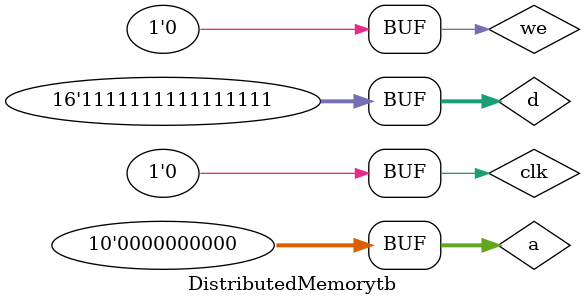
<source format=v>
`timescale 1ns / 1ps


module DistributedMemorytb;

	// Inputs
	reg [9:0] a;
	reg [15:0] d;
	reg clk;
	reg we;

	// Outputs
	wire [15:0] spo;

	// Instantiate the Unit Under Test (UUT)
	DistributedMemory uut (
		.a(a), 
		.d(d), 
		.clk(clk), 
		.we(we), 
		.spo(spo)
	);

	initial begin
		// Initialize Inputs
		clk = 0;
		we = 0;
		a = 0;
		d = 0;

		// Wait 100 ns for global reset to finish
		#100;
      
		
		// Add stimulus here

		d = 'hFFFF;
		a = 1;
		#50
		clk = 1;
		#100
		clk = 0;
		
		#50
		if (d == 'h1111) begin
				$display("1 Good");
		end else begin
				$display("1 Fail");
		end
		we = 1;
		#50
		clk = 1;
		#100
		clk = 0;
		#50
		if (d == 'hFFFF) begin
				$display("2 Good");
		end else begin
				$display("2 Fail");
		end
		we = 0;
		a = 3;
		#50
		clk = 1;
		#100
		clk = 0;
		#50
		if (d == 'h2222) begin
				$display("3 Good");
		end else begin
				$display("3 Fail");
		end
		we = 0;
		a = 11;
		#50
		clk = 1;
		#100
		clk = 0;
		#50
		if (d == 'hefab) begin
				$display("4 Good");
		end else begin
				$display("4 Fail");
		end
		we = 0;
		a = 1;
		#50
		clk = 1;
		#100
		clk = 0;
		#50
		if (d == 'hffff) begin
				$display("5 Good");
		end else begin
				$display("5 Fail");
		end
		we = 0;
		a = 0;
		#50
		clk = 1;
		#100
		clk = 0;
		#50
		if (d == 0) begin
				$display("6 Good");
		end else begin
				$display("6 Fail");
		end
		#50
		clk = 1;
		#100
		clk = 0;
		#50
		if (d == 0) begin
				$display("7 Good");
		end else begin
				$display("7 Fail");
		end

	end
      
endmodule


</source>
